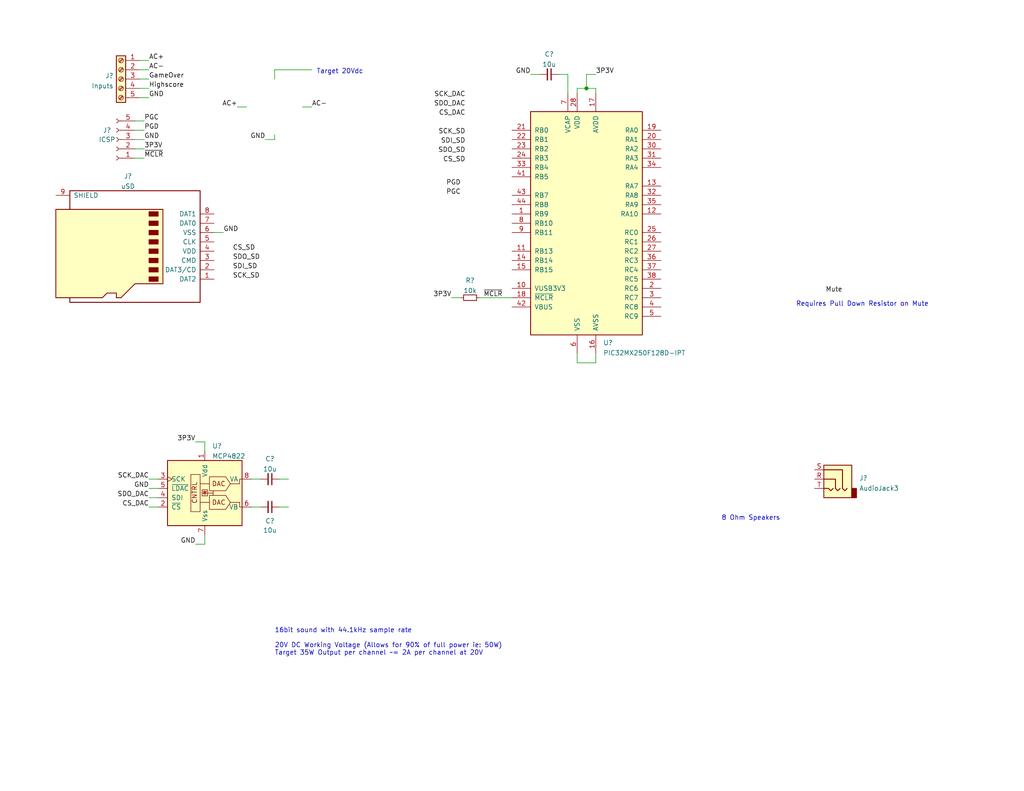
<source format=kicad_sch>
(kicad_sch (version 20231120) (generator "eeschema") (generator_version "8.0")
  (paper "USLetter")
  (lib_symbols
    (symbol "Analog_DAC:MCP4822" (pin_names (offset 1.016))
      (property "Reference" "U" (at -2.54 10.795 0))
      (property "Value" "MCP4822" (at -2.54 8.89 0))
      (symbol "MCP4822_0_0"
        (polyline (pts (xy 0 -1.778) (xy 0 -0.635)))
        (polyline (pts (xy 0.381 -0.889) (xy 0.508 -0.762)))
        (polyline (pts (xy 2.286 -1.143) (xy 2.286 -1.905)))
        (polyline (pts (xy 0.381 -0.889) (xy -0.381 -0.889) (xy -0.508 -1.016)))
        (polyline (pts (xy 0.762 -1.27) (xy 2.286 -1.27) (xy 2.286 -0.762)))
        (polyline (pts (xy 0 -0.889) (xy 0.508 -1.397) (xy -0.508 -1.397) (xy 0 -0.889)))
        (polyline (pts (xy 6.985 -3.81) (xy 9.525 -3.81) (xy 9.525 -5.08) (xy 10.16 -5.08)))
        (polyline (pts (xy 6.985 1.27) (xy 9.525 1.27) (xy 9.525 2.54) (xy 10.16 2.54)))
        (rectangle (start 0.762 -0.381) (end -0.762 -2.032))
        (text "CNTRL" (at -2.032 -4.191 900) (effects (font (size 1.27 1.27)) (justify left bottom)))
        (text "DAC" (at 3.81 -3.81 0) (effects (font (size 1.27 1.27))))
        (text "DAC" (at 3.81 1.27 0) (effects (font (size 1.27 1.27))))
      )
      (symbol "MCP4822_0_1"
        (rectangle (start -10.16 7.62) (end 10.16 -10.16) (stroke (width 0.254)) (fill (type background)))
        (rectangle (start -1.27 -6.35) (end -3.81 3.81))
        (polyline (pts (xy 1.27 -3.81) (xy -1.27 -3.81)))
        (polyline (pts (xy 1.27 1.27) (xy -1.27 1.27)))
        (polyline (pts (xy 6.985 -3.81) (xy 5.715 -1.905) (xy 1.27 -1.905) (xy 1.27 -5.715) (xy 5.715 -5.715) (xy 6.985 -3.81)))
        (polyline (pts (xy 6.985 1.27) (xy 5.715 3.175) (xy 1.27 3.175) (xy 1.27 -0.635) (xy 5.715 -0.635) (xy 6.985 1.27)))
      )
      (symbol "MCP4822_1_1"
        (pin power_in line (at 0 10.16 270) (length 2.54) (name "Vdd") (number "1"))
        (pin input line (at -12.7 -5.08 0) (length 2.54) (name "~{CS}") (number "2"))
        (pin input clock (at -12.7 2.54 0) (length 2.54) (name "SCK") (number "3"))
        (pin input line (at -12.7 -2.54 0) (length 2.54) (name "SDI") (number "4"))
        (pin input line (at -12.7 0 0) (length 2.54) (name "~{LDAC}") (number "5"))
        (pin output line (at 12.7 -5.08 180) (length 2.54) (name "VB") (number "6"))
        (pin power_in line (at 0 -12.7 90) (length 2.54) (name "Vss") (number "7"))
        (pin output line (at 12.7 2.54 180) (length 2.54) (name "VA") (number "8"))
      )
    )
    (symbol "Connector:AudioJack3"
      (property "Reference" "J" (at 0 8.89 0))
      (property "Value" "AudioJack3" (at 0 6.35 0))
      (symbol "AudioJack3_0_1"
        (rectangle (start -5.08 -5.08) (end -6.35 -2.54) (stroke (width 0.254)) (fill (type outline)))
        (polyline (pts (xy 0 -2.54) (xy 0.635 -3.175) (xy 1.27 -2.54) (xy 2.54 -2.54)) (stroke (width 0.254)))
        (polyline (pts (xy -1.905 -2.54) (xy -1.27 -3.175) (xy -0.635 -2.54) (xy -0.635 0) (xy 2.54 0)) (stroke (width 0.254)))
        (polyline (pts (xy 2.54 2.54) (xy -2.54 2.54) (xy -2.54 -2.54) (xy -3.175 -3.175) (xy -3.81 -2.54)) (stroke (width 0.254)))
        (rectangle (start 2.54 3.81) (end -5.08 -5.08) (stroke (width 0.254)) (fill (type background)))
      )
      (symbol "AudioJack3_1_1"
        (pin passive line (at 5.08 0 180) (length 2.54) (name "~") (number "R"))
        (pin passive line (at 5.08 2.54 180) (length 2.54) (name "~") (number "S"))
        (pin passive line (at 5.08 -2.54 180) (length 2.54) (name "~") (number "T"))
      )
    )
    (symbol "Connector:Conn_01x05_Female" (pin_names (offset 1.016) hide)
      (property "Reference" "J" (at 0 7.62 0))
      (property "Value" "Conn_01x05_Female" (at 0 -7.62 0))
      (symbol "Conn_01x05_Female_1_1"
        (arc (start 0 -4.572) (mid -0.5058 -5.08) (end 0 -5.588) (stroke (width 0.1524)))
        (arc (start 0 -2.032) (mid -0.5058 -2.54) (end 0 -3.048) (stroke (width 0.1524)))
        (polyline (pts (xy -1.27 -5.08) (xy -0.508 -5.08)) (stroke (width 0.1524)))
        (polyline (pts (xy -1.27 -2.54) (xy -0.508 -2.54)) (stroke (width 0.1524)))
        (polyline (pts (xy -1.27 0) (xy -0.508 0)) (stroke (width 0.1524)))
        (polyline (pts (xy -1.27 2.54) (xy -0.508 2.54)) (stroke (width 0.1524)))
        (polyline (pts (xy -1.27 5.08) (xy -0.508 5.08)) (stroke (width 0.1524)))
        (arc (start 0 0.508) (mid -0.5058 0) (end 0 -0.508) (stroke (width 0.1524)))
        (arc (start 0 3.048) (mid -0.5058 2.54) (end 0 2.032) (stroke (width 0.1524)))
        (arc (start 0 5.588) (mid -0.5058 5.08) (end 0 4.572) (stroke (width 0.1524)))
        (pin passive line (at -5.08 5.08 0) (length 3.81) (name "Pin_1") (number "1"))
        (pin passive line (at -5.08 2.54 0) (length 3.81) (name "Pin_2") (number "2"))
        (pin passive line (at -5.08 0 0) (length 3.81) (name "Pin_3") (number "3"))
        (pin passive line (at -5.08 -2.54 0) (length 3.81) (name "Pin_4") (number "4"))
        (pin passive line (at -5.08 -5.08 0) (length 3.81) (name "Pin_5") (number "5"))
      )
    )
    (symbol "Connector:Micro_SD_Card" (pin_names (offset 1.016))
      (property "Reference" "J" (at -16.51 15.24 0))
      (property "Value" "Micro_SD_Card" (at 16.51 15.24 0))
      (symbol "Micro_SD_Card_0_1"
        (rectangle (start -7.62 -9.525) (end -5.08 -10.795) (fill (type outline)))
        (rectangle (start -7.62 -6.985) (end -5.08 -8.255) (fill (type outline)))
        (rectangle (start -7.62 -4.445) (end -5.08 -5.715) (fill (type outline)))
        (rectangle (start -7.62 -1.905) (end -5.08 -3.175) (fill (type outline)))
        (rectangle (start -7.62 0.635) (end -5.08 -0.635) (fill (type outline)))
        (rectangle (start -7.62 3.175) (end -5.08 1.905) (fill (type outline)))
        (rectangle (start -7.62 5.715) (end -5.08 4.445) (fill (type outline)))
        (rectangle (start -7.62 8.255) (end -5.08 6.985) (fill (type outline)))
        (polyline (pts (xy 16.51 12.7) (xy 16.51 13.97) (xy -19.05 13.97) (xy -19.05 -16.51) (xy 16.51 -16.51) (xy 16.51 -11.43)) (stroke (width 0.254)))
        (polyline (pts (xy -8.89 -11.43) (xy -8.89 8.89) (xy -1.27 8.89) (xy 2.54 12.7) (xy 3.81 12.7) (xy 3.81 11.43) (xy 6.35 11.43) (xy 7.62 12.7) (xy 20.32 12.7) (xy 20.32 -11.43) (xy -8.89 -11.43)) (stroke (width 0.254)) (fill (type background)))
      )
      (symbol "Micro_SD_Card_1_1"
        (pin bidirectional line (at -22.86 7.62 0) (length 3.81) (name "DAT2") (number "1"))
        (pin bidirectional line (at -22.86 5.08 0) (length 3.81) (name "DAT3/CD") (number "2"))
        (pin input line (at -22.86 2.54 0) (length 3.81) (name "CMD") (number "3"))
        (pin power_in line (at -22.86 0 0) (length 3.81) (name "VDD") (number "4"))
        (pin input line (at -22.86 -2.54 0) (length 3.81) (name "CLK") (number "5"))
        (pin power_in line (at -22.86 -5.08 0) (length 3.81) (name "VSS") (number "6"))
        (pin bidirectional line (at -22.86 -7.62 0) (length 3.81) (name "DAT0") (number "7"))
        (pin bidirectional line (at -22.86 -10.16 0) (length 3.81) (name "DAT1") (number "8"))
        (pin passive line (at 20.32 -15.24 180) (length 3.81) (name "SHIELD") (number "9"))
      )
    )
    (symbol "Connector:Screw_Terminal_01x03" (pin_names (offset 1.016) hide)
      (property "Reference" "J" (at 0 5.08 0))
      (property "Value" "Screw_Terminal_01x03" (at 0 -5.08 0))
      (symbol "Screw_Terminal_01x03_1_1"
        (rectangle (start -1.27 3.81) (end 1.27 -3.81) (stroke (width 0.254)) (fill (type background)))
        (circle (center 0 -2.54) (radius 0.635) (stroke (width 0.1524)))
        (polyline (pts (xy -0.5334 -2.2098) (xy 0.3302 -3.048)) (stroke (width 0.1524)))
        (polyline (pts (xy -0.5334 0.3302) (xy 0.3302 -0.508)) (stroke (width 0.1524)))
        (polyline (pts (xy -0.5334 2.8702) (xy 0.3302 2.032)) (stroke (width 0.1524)))
        (polyline (pts (xy -0.3556 -2.032) (xy 0.508 -2.8702)) (stroke (width 0.1524)))
        (polyline (pts (xy -0.3556 0.508) (xy 0.508 -0.3302)) (stroke (width 0.1524)))
        (polyline (pts (xy -0.3556 3.048) (xy 0.508 2.2098)) (stroke (width 0.1524)))
        (circle (center 0 0) (radius 0.635) (stroke (width 0.1524)))
        (circle (center 0 2.54) (radius 0.635) (stroke (width 0.1524)))
        (pin passive line (at -5.08 2.54 0) (length 3.81) (name "Pin_1") (number "1"))
        (pin passive line (at -5.08 0 0) (length 3.81) (name "Pin_2") (number "2"))
        (pin passive line (at -5.08 -2.54 0) (length 3.81) (name "Pin_3") (number "3"))
      )
    )
    (symbol "Connector:Screw_Terminal_01x05" (pin_names (offset 1.016) hide)
      (property "Reference" "J" (at 0 7.62 0))
      (property "Value" "Screw_Terminal_01x05" (at 0 -7.62 0))
      (symbol "Screw_Terminal_01x05_1_1"
        (rectangle (start -1.27 6.35) (end 1.27 -6.35) (stroke (width 0.254)) (fill (type background)))
        (circle (center 0 -5.08) (radius 0.635) (stroke (width 0.1524)))
        (circle (center 0 -2.54) (radius 0.635) (stroke (width 0.1524)))
        (polyline (pts (xy -0.5334 -4.7498) (xy 0.3302 -5.588)) (stroke (width 0.1524)))
        (polyline (pts (xy -0.5334 -2.2098) (xy 0.3302 -3.048)) (stroke (width 0.1524)))
        (polyline (pts (xy -0.5334 0.3302) (xy 0.3302 -0.508)) (stroke (width 0.1524)))
        (polyline (pts (xy -0.5334 2.8702) (xy 0.3302 2.032)) (stroke (width 0.1524)))
        (polyline (pts (xy -0.5334 5.4102) (xy 0.3302 4.572)) (stroke (width 0.1524)))
        (polyline (pts (xy -0.3556 -4.572) (xy 0.508 -5.4102)) (stroke (width 0.1524)))
        (polyline (pts (xy -0.3556 -2.032) (xy 0.508 -2.8702)) (stroke (width 0.1524)))
        (polyline (pts (xy -0.3556 0.508) (xy 0.508 -0.3302)) (stroke (width 0.1524)))
        (polyline (pts (xy -0.3556 3.048) (xy 0.508 2.2098)) (stroke (width 0.1524)))
        (polyline (pts (xy -0.3556 5.588) (xy 0.508 4.7498)) (stroke (width 0.1524)))
        (circle (center 0 0) (radius 0.635) (stroke (width 0.1524)))
        (circle (center 0 2.54) (radius 0.635) (stroke (width 0.1524)))
        (circle (center 0 5.08) (radius 0.635) (stroke (width 0.1524)))
        (pin passive line (at -5.08 5.08 0) (length 3.81) (name "Pin_1") (number "1"))
        (pin passive line (at -5.08 2.54 0) (length 3.81) (name "Pin_2") (number "2"))
        (pin passive line (at -5.08 0 0) (length 3.81) (name "Pin_3") (number "3"))
        (pin passive line (at -5.08 -2.54 0) (length 3.81) (name "Pin_4") (number "4"))
        (pin passive line (at -5.08 -5.08 0) (length 3.81) (name "Pin_5") (number "5"))
      )
    )
    (symbol "Device:C_Small" (pin_numbers hide) (pin_names (offset 0.254) hide)
      (property "Reference" "C" (at 0.254 1.778 0))
      (property "Value" "C_Small" (at 0.254 -2.032 0))
      (symbol "C_Small_0_1"
        (polyline (pts (xy -1.524 -0.508) (xy 1.524 -0.508)) (stroke (width 0.3302)))
        (polyline (pts (xy -1.524 0.508) (xy 1.524 0.508)) (stroke (width 0.3048)))
      )
      (symbol "C_Small_1_1"
        (pin passive line (at 0 2.54 270) (length 2.032) (name "~") (number "1"))
        (pin passive line (at 0 -2.54 90) (length 2.032) (name "~") (number "2"))
      )
    )
    (symbol "Device:L_Small" (pin_numbers hide) (pin_names (offset 0.254) hide)
      (property "Reference" "L" (at 0.762 1.016 0))
      (property "Value" "L_Small" (at 0.762 -1.016 0))
      (symbol "L_Small_0_1"
        (arc (start 0 -2.032) (mid 0.5058 -1.524) (end 0 -1.016))
        (arc (start 0 -1.016) (mid 0.5058 -0.508) (end 0 0))
        (arc (start 0 0) (mid 0.5058 0.508) (end 0 1.016))
        (arc (start 0 1.016) (mid 0.5058 1.524) (end 0 2.032))
      )
      (symbol "L_Small_1_1"
        (pin passive line (at 0 2.54 270) (length 0.508) (name "~") (number "1"))
        (pin passive line (at 0 -2.54 90) (length 0.508) (name "~") (number "2"))
      )
    )
    (symbol "Device:R_Small" (pin_numbers hide) (pin_names (offset 0.254) hide)
      (property "Reference" "R" (at 0.762 0.508 0))
      (property "Value" "R_Small" (at 0.762 -1.016 0))
      (symbol "R_Small_0_1"
        (rectangle (start -0.762 1.778) (end 0.762 -1.778) (stroke (width 0.2032)))
      )
      (symbol "R_Small_1_1"
        (pin passive line (at 0 2.54 270) (length 0.762) (name "~") (number "1"))
        (pin passive line (at 0 -2.54 90) (length 0.762) (name "~") (number "2"))
      )
    )
    (symbol "MCU_Microchip_PIC32:PIC32MX250F128D-IPT" (pin_names (offset 1.016))
      (property "Reference" "U" (at 6.35 34.29 0))
      (property "Value" "PIC32MX250F128D-IPT" (at 26.67 31.75 0))
      (symbol "PIC32MX250F128D-IPT_0_1"
        (rectangle (start -15.24 30.48) (end 15.24 -30.48) (stroke (width 0.254)) (fill (type background)))
      )
      (symbol "PIC32MX250F128D-IPT_1_1"
        (pin bidirectional line (at -20.32 2.54 0) (length 5.08) (name "RB9") (number "1"))
        (pin bidirectional line (at -20.32 -17.78 0) (length 5.08) (name "VUSB3V3") (number "10"))
        (pin bidirectional line (at -20.32 -7.62 0) (length 5.08) (name "RB13") (number "11"))
        (pin bidirectional line (at 20.32 2.54 180) (length 5.08) (name "RA10") (number "12"))
        (pin bidirectional line (at 20.32 10.16 180) (length 5.08) (name "RA7") (number "13"))
        (pin bidirectional line (at -20.32 -10.16 0) (length 5.08) (name "RB14") (number "14"))
        (pin bidirectional line (at -20.32 -12.7 0) (length 5.08) (name "RB15") (number "15"))
        (pin power_in line (at 2.54 -35.56 90) (length 5.08) (name "AVSS") (number "16"))
        (pin power_in line (at 2.54 35.56 270) (length 5.08) (name "AVDD") (number "17"))
        (pin input line (at -20.32 -20.32 0) (length 5.08) (name "~{MCLR}") (number "18"))
        (pin input line (at 20.32 25.4 180) (length 5.08) (name "RA0") (number "19"))
        (pin bidirectional line (at 20.32 -17.78 180) (length 5.08) (name "RC6") (number "2"))
        (pin input line (at 20.32 22.86 180) (length 5.08) (name "RA1") (number "20"))
        (pin input line (at -20.32 25.4 0) (length 5.08) (name "RB0") (number "21"))
        (pin input line (at -20.32 22.86 0) (length 5.08) (name "RB1") (number "22"))
        (pin input line (at -20.32 20.32 0) (length 5.08) (name "RB2") (number "23"))
        (pin input line (at -20.32 17.78 0) (length 5.08) (name "RB3") (number "24"))
        (pin input line (at 20.32 -2.54 180) (length 5.08) (name "RC0") (number "25"))
        (pin input line (at 20.32 -5.08 180) (length 5.08) (name "RC1") (number "26"))
        (pin input line (at 20.32 -7.62 180) (length 5.08) (name "RC2") (number "27"))
        (pin power_in line (at -2.54 35.56 270) (length 5.08) (name "VDD") (number "28"))
        (pin passive line (at -2.54 -35.56 90) (length 5.08) hide (name "VSS") (number "29"))
        (pin bidirectional line (at 20.32 -20.32 180) (length 5.08) (name "RC7") (number "3"))
        (pin input line (at 20.32 20.32 180) (length 5.08) (name "RA2") (number "30"))
        (pin input line (at 20.32 17.78 180) (length 5.08) (name "RA3") (number "31"))
        (pin input line (at 20.32 7.62 180) (length 5.08) (name "RA8") (number "32"))
        (pin input line (at -20.32 15.24 0) (length 5.08) (name "RB4") (number "33"))
        (pin input line (at 20.32 15.24 180) (length 5.08) (name "RA4") (number "34"))
        (pin input line (at 20.32 5.08 180) (length 5.08) (name "RA9") (number "35"))
        (pin input line (at 20.32 -10.16 180) (length 5.08) (name "RC3") (number "36"))
        (pin input line (at 20.32 -12.7 180) (length 5.08) (name "RC4") (number "37"))
        (pin input line (at 20.32 -15.24 180) (length 5.08) (name "RC5") (number "38"))
        (pin passive line (at -2.54 -35.56 90) (length 5.08) hide (name "VSS") (number "39"))
        (pin bidirectional line (at 20.32 -22.86 180) (length 5.08) (name "RC8") (number "4"))
        (pin passive line (at -2.54 35.56 270) (length 5.08) hide (name "VDD") (number "40"))
        (pin input line (at -20.32 12.7 0) (length 5.08) (name "RB5") (number "41"))
        (pin input line (at -20.32 -22.86 0) (length 5.08) (name "VBUS") (number "42"))
        (pin input line (at -20.32 7.62 0) (length 5.08) (name "RB7") (number "43"))
        (pin input line (at -20.32 5.08 0) (length 5.08) (name "RB8") (number "44"))
        (pin bidirectional line (at 20.32 -25.4 180) (length 5.08) (name "RC9") (number "5"))
        (pin power_in line (at -2.54 -35.56 90) (length 5.08) (name "VSS") (number "6"))
        (pin power_in line (at -5.08 35.56 270) (length 5.08) (name "VCAP") (number "7"))
        (pin bidirectional line (at -20.32 0 0) (length 5.08) (name "RB10") (number "8"))
        (pin bidirectional line (at -20.32 -2.54 0) (length 5.08) (name "RB11") (number "9"))
      )
    )
    (symbol "TPA3116D2DADR:TPA3116D2DADR" (pin_names (offset 1.016))
      (property "Reference" "U" (at 0 25.4 0))
      (property "Value" "TPA3116D2DADR" (at 0 22.86 0))
      (symbol "TPA3116D2DADR_0_0"
        (rectangle (start -12.7 21.59) (end 11.43 -19.05) (stroke (width 0.4064)) (fill (type background)))
        (pin input line (at -17.78 20.32 0) (length 5.08) (name "MODSEL") (number "1"))
        (pin input line (at -17.78 -2.54 0) (length 5.08) (name "LINP") (number "10"))
        (pin input line (at -17.78 -5.08 0) (length 5.08) (name "LINN") (number "11"))
        (pin input line (at -17.78 -7.62 0) (length 5.08) (name "MUTE") (number "12"))
        (pin input line (at -17.78 -10.16 0) (length 5.08) (name "AM2") (number "13"))
        (pin input line (at -17.78 -12.7 0) (length 5.08) (name "AM1") (number "14"))
        (pin input line (at -17.78 -15.24 0) (length 5.08) (name "AMO") (number "15"))
        (pin bidirectional line (at -17.78 -17.78 0) (length 5.08) (name "SYNC") (number "16"))
        (pin power_in line (at 16.51 -17.78 180) (length 5.08) (name "AVCC") (number "17"))
        (pin power_in line (at 16.51 -15.24 180) (length 5.08) (name "PVCC-3") (number "18"))
        (pin power_in line (at 16.51 -12.7 180) (length 5.08) (name "PVCC") (number "19"))
        (pin input line (at -17.78 17.78 0) (length 5.08) (name "SDZ") (number "2"))
        (pin input line (at 16.51 -10.16 180) (length 5.08) (name "BSNL") (number "20"))
        (pin output line (at 16.51 -7.62 180) (length 5.08) (name "OUTNL") (number "21"))
        (pin power_in line (at 16.51 -5.08 180) (length 5.08) (name "GND-3") (number "22"))
        (pin output line (at 16.51 -2.54 180) (length 5.08) (name "OUTPL") (number "23"))
        (pin input line (at 16.51 0 180) (length 5.08) (name "BSPL") (number "24"))
        (pin power_in line (at 16.51 2.54 180) (length 5.08) (name "GND-1") (number "25"))
        (pin input line (at 16.51 5.08 180) (length 5.08) (name "BSNR") (number "26"))
        (pin output line (at 16.51 7.62 180) (length 5.08) (name "OUTNR") (number "27"))
        (pin power_in line (at 16.51 10.16 180) (length 5.08) (name "GND-2") (number "28"))
        (pin output line (at 16.51 12.7 180) (length 5.08) (name "OUTPR") (number "29"))
        (pin output line (at -17.78 15.24 0) (length 5.08) (name "FAULTZ") (number "3"))
        (pin input line (at 16.51 15.24 180) (length 5.08) (name "BSPR") (number "30"))
        (pin power_in line (at 16.51 17.78 180) (length 5.08) (name "PVCC-1") (number "31"))
        (pin power_in line (at 16.51 20.32 180) (length 5.08) (name "PVCC-2") (number "32"))
        (pin input line (at -17.78 12.7 0) (length 5.08) (name "RINP") (number "4"))
        (pin input line (at -17.78 10.16 0) (length 5.08) (name "RINN") (number "5"))
        (pin input line (at -17.78 7.62 0) (length 5.08) (name "PLIMIT") (number "6"))
        (pin output line (at -17.78 5.08 0) (length 5.08) (name "GVDD") (number "7"))
        (pin input line (at -17.78 2.54 0) (length 5.08) (name "GAIN/SLV") (number "8"))
        (pin power_in line (at -17.78 0 0) (length 5.08) (name "GND") (number "9"))
      )
    )
  )
  (junction (at 393.7 149.86))
  (junction (at 382.27 149.86))
  (junction (at 328.93 167.64))
  (junction (at 382.27 139.7))
  (junction (at 382.27 165.1))
  (junction (at 393.7 154.94))
  (junction (at 365.76 134.62))
  (junction (at 160.02 24.13))
  (junction (at 393.7 165.1))
  (junction (at 328.93 137.16))
  (junction (at 393.7 152.4))
  (junction (at 382.27 154.94))
  (junction (at 365.76 172.72))
  (junction (at 365.76 170.18))
  (junction (at 328.93 147.32))
  (junction (at 328.93 170.18))
  (junction (at 393.7 139.7))
  (junction (at 405.13 144.78))
  (wire (pts (xy 64.77 29.21) (xy 67.31 29.21)))
  (wire (pts (xy 160.02 24.13) (xy 162.56 24.13)))
  (wire (pts (xy 382.27 165.1) (xy 386.08 165.1)))
  (wire (pts (xy 157.48 24.13) (xy 160.02 24.13)))
  (wire (pts (xy 327.66 162.56) (xy 330.2 162.56)))
  (wire (pts (xy 405.13 154.94) (xy 405.13 165.1)))
  (wire (pts (xy 364.49 144.78) (xy 405.13 144.78)))
  (wire (pts (xy 391.16 139.7) (xy 393.7 139.7)))
  (wire (pts (xy 330.2 147.32) (xy 328.93 147.32)))
  (wire (pts (xy 40.64 138.43) (xy 43.18 138.43)))
  (wire (pts (xy 382.27 154.94) (xy 382.27 157.48)))
  (wire (pts (xy 401.32 165.1) (xy 405.13 165.1)))
  (wire (pts (xy 313.69 153.67) (xy 313.69 157.48)))
  (wire (pts (xy 76.2 138.43) (xy 78.74 138.43)))
  (wire (pts (xy 364.49 139.7) (xy 374.65 139.7)))
  (wire (pts (xy 40.64 135.89) (xy 43.18 135.89)))
  (wire (pts (xy 328.93 147.32) (xy 328.93 149.86)))
  (wire (pts (xy 160.02 20.32) (xy 160.02 24.13)))
  (wire (pts (xy 364.49 160.02) (xy 367.03 160.02)))
  (wire (pts (xy 364.49 142.24) (xy 382.27 142.24)))
  (wire (pts (xy 364.49 137.16) (xy 365.76 137.16)))
  (wire (pts (xy 382.27 149.86) (xy 386.08 149.86)))
  (wire (pts (xy 330.2 139.7) (xy 328.93 139.7)))
  (wire (pts (xy 421.64 153.67) (xy 424.18 153.67)))
  (wire (pts (xy 382.27 139.7) (xy 382.27 142.24)))
  (wire (pts (xy 154.94 25.4) (xy 154.94 20.32)))
  (wire (pts (xy 364.49 147.32) (xy 382.27 147.32)))
  (wire (pts (xy 36.83 43.18) (xy 39.37 43.18)))
  (wire (pts (xy 40.64 19.05) (xy 38.1 19.05)))
  (wire (pts (xy 365.76 167.64) (xy 365.76 170.18)))
  (wire (pts (xy 74.93 19.05) (xy 85.09 19.05)))
  (wire (pts (xy 401.32 154.94) (xy 405.13 154.94)))
  (wire (pts (xy 40.64 133.35) (xy 43.18 133.35)))
  (wire (pts (xy 130.81 81.28) (xy 139.7 81.28)))
  (wire (pts (xy 74.93 36.83) (xy 74.93 38.1)))
  (wire (pts (xy 393.7 149.86) (xy 396.24 149.86)))
  (wire (pts (xy 68.58 130.81) (xy 71.12 130.81)))
  (wire (pts (xy 327.66 137.16) (xy 328.93 137.16)))
  (wire (pts (xy 313.69 146.05) (xy 313.69 142.24)))
  (wire (pts (xy 379.73 139.7) (xy 382.27 139.7)))
  (wire (pts (xy 40.64 130.81) (xy 43.18 130.81)))
  (wire (pts (xy 379.73 149.86) (xy 382.27 149.86)))
  (wire (pts (xy 393.7 165.1) (xy 393.7 167.64)))
  (wire (pts (xy 393.7 149.86) (xy 393.7 152.4)))
  (wire (pts (xy 68.58 138.43) (xy 71.12 138.43)))
  (wire (pts (xy 379.73 154.94) (xy 382.27 154.94)))
  (wire (pts (xy 36.83 40.64) (xy 39.37 40.64)))
  (wire (pts (xy 40.64 26.67) (xy 38.1 26.67)))
  (wire (pts (xy 393.7 154.94) (xy 393.7 152.4)))
  (wire (pts (xy 72.39 38.1) (xy 74.93 38.1)))
  (wire (pts (xy 393.7 139.7) (xy 396.24 139.7)))
  (wire (pts (xy 382.27 149.86) (xy 382.27 147.32)))
  (wire (pts (xy 40.64 24.13) (xy 38.1 24.13)))
  (wire (pts (xy 393.7 154.94) (xy 396.24 154.94)))
  (wire (pts (xy 327.66 154.94) (xy 330.2 154.94)))
  (wire (pts (xy 123.19 81.28) (xy 125.73 81.28)))
  (wire (pts (xy 401.32 149.86) (xy 405.13 149.86)))
  (wire (pts (xy 382.27 165.1) (xy 382.27 162.56)))
  (wire (pts (xy 411.48 151.13) (xy 424.18 151.13)))
  (wire (pts (xy 382.27 139.7) (xy 386.08 139.7)))
  (wire (pts (xy 421.64 156.21) (xy 424.18 156.21)))
  (wire (pts (xy 365.76 172.72) (xy 367.03 172.72)))
  (wire (pts (xy 40.64 21.59) (xy 38.1 21.59)))
  (wire (pts (xy 162.56 20.32) (xy 160.02 20.32)))
  (wire (pts (xy 76.2 130.81) (xy 78.74 130.81)))
  (wire (pts (xy 144.78 20.32) (xy 147.32 20.32)))
  (wire (pts (xy 382.27 154.94) (xy 386.08 154.94)))
  (wire (pts (xy 393.7 139.7) (xy 393.7 137.16)))
  (wire (pts (xy 152.4 20.32) (xy 154.94 20.32)))
  (wire (pts (xy 58.42 63.5) (xy 60.96 63.5)))
  (wire (pts (xy 364.49 170.18) (xy 365.76 170.18)))
  (wire (pts (xy 364.49 157.48) (xy 382.27 157.48)))
  (wire (pts (xy 365.76 137.16) (xy 365.76 134.62)))
  (wire (pts (xy 328.93 167.64) (xy 330.2 167.64)))
  (wire (pts (xy 401.32 139.7) (xy 405.13 139.7)))
  (wire (pts (xy 36.83 35.56) (xy 39.37 35.56)))
  (wire (pts (xy 327.66 160.02) (xy 330.2 160.02)))
  (wire (pts (xy 313.69 142.24) (xy 330.2 142.24)))
  (wire (pts (xy 162.56 24.13) (xy 162.56 25.4)))
  (wire (pts (xy 391.16 154.94) (xy 393.7 154.94)))
  (wire (pts (xy 328.93 165.1) (xy 328.93 167.64)))
  (wire (pts (xy 393.7 152.4) (xy 406.4 152.4)))
  (wire (pts (xy 391.16 165.1) (xy 393.7 165.1)))
  (wire (pts (xy 365.76 134.62) (xy 367.03 134.62)))
  (wire (pts (xy 393.7 137.16) (xy 411.48 137.16)))
  (wire (pts (xy 393.7 167.64) (xy 406.4 167.64)))
  (wire (pts (xy 313.69 157.48) (xy 330.2 157.48)))
  (wire (pts (xy 364.49 165.1) (xy 374.65 165.1)))
  (wire (pts (xy 364.49 162.56) (xy 382.27 162.56)))
  (wire (pts (xy 327.66 134.62) (xy 330.2 134.62)))
  (wire (pts (xy 320.04 152.4) (xy 330.2 152.4)))
  (wire (pts (xy 82.55 29.21) (xy 85.09 29.21)))
  (wire (pts (xy 393.7 165.1) (xy 396.24 165.1)))
  (wire (pts (xy 328.93 170.18) (xy 330.2 170.18)))
  (wire (pts (xy 157.48 25.4) (xy 157.48 24.13)))
  (wire (pts (xy 364.49 172.72) (xy 365.76 172.72)))
  (wire (pts (xy 328.93 149.86) (xy 330.2 149.86)))
  (wire (pts (xy 391.16 149.86) (xy 393.7 149.86)))
  (wire (pts (xy 411.48 137.16) (xy 411.48 151.13)))
  (wire (pts (xy 55.88 146.05) (xy 55.88 148.59)))
  (wire (pts (xy 328.93 167.64) (xy 328.93 170.18)))
  (wire (pts (xy 364.49 152.4) (xy 367.03 152.4)))
  (wire (pts (xy 36.83 38.1) (xy 39.37 38.1)))
  (wire (pts (xy 405.13 144.78) (xy 405.13 149.86)))
  (wire (pts (xy 364.49 134.62) (xy 365.76 134.62)))
  (wire (pts (xy 74.93 21.59) (xy 74.93 19.05)))
  (wire (pts (xy 323.85 147.32) (xy 328.93 147.32)))
  (wire (pts (xy 328.93 137.16) (xy 330.2 137.16)))
  (wire (pts (xy 364.49 154.94) (xy 374.65 154.94)))
  (wire (pts (xy 162.56 99.06) (xy 157.48 99.06)))
  (wire (pts (xy 379.73 165.1) (xy 382.27 165.1)))
  (wire (pts (xy 55.88 120.65) (xy 53.34 120.65)))
  (wire (pts (xy 53.34 148.59) (xy 55.88 148.59)))
  (wire (pts (xy 327.66 170.18) (xy 328.93 170.18)))
  (wire (pts (xy 364.49 149.86) (xy 374.65 149.86)))
  (wire (pts (xy 330.2 165.1) (xy 328.93 165.1)))
  (wire (pts (xy 162.56 96.52) (xy 162.56 99.06)))
  (wire (pts (xy 36.83 33.02) (xy 39.37 33.02)))
  (wire (pts (xy 327.66 144.78) (xy 330.2 144.78)))
  (wire (pts (xy 55.88 123.19) (xy 55.88 120.65)))
  (wire (pts (xy 157.48 99.06) (xy 157.48 96.52)))
  (wire (pts (xy 405.13 139.7) (xy 405.13 144.78)))
  (wire (pts (xy 364.49 167.64) (xy 365.76 167.64)))
  (wire (pts (xy 328.93 139.7) (xy 328.93 137.16)))
  (wire (pts (xy 40.64 16.51) (xy 38.1 16.51)))
  (wire (pts (xy 365.76 170.18) (xy 365.76 172.72)))
  (text "16V Caps" (at 373.38 135.89 0) (effects (font (size 1.27 1.27)) (justify left bottom)))
  (text "Target 20Vdc" (at 86.36 20.32 0) (effects (font (size 1.27 1.27)) (justify left bottom)))
  (text "16bit sound with 44.1kHz sample rate\n\n20V DC Working Voltage (Allows for 90% of full power ie: 50W)\nTarget 35W Output per channel ~= 2A per channel at 20V" (at 74.93 179.07 0) (effects (font (size 1.27 1.27)) (justify left bottom)))
  (text "Requires Pull Down Resistor on Mute" (at 217.17 83.82 0) (effects (font (size 1.27 1.27)) (justify left bottom)))
  (text "7A Coils" (at 386.08 135.89 0) (effects (font (size 1.27 1.27)) (justify left bottom)))
  (text "8 Ohm Speakers" (at 196.85 142.24 0) (effects (font (size 1.27 1.27)) (justify left bottom)))
  (label "AC+" (at 40.64 16.51 0))
  (label "AC-" (at 85.09 29.21 0))
  (label "CS_SD" (at 63.5 68.58 0))
  (label "Mute" (at 229.87 80.01 180))
  (label "Highscore" (at 40.64 24.13 0))
  (label "GND" (at 327.66 170.18 180))
  (label "GND" (at 367.03 144.78 0))
  (label "Left_Signal" (at 327.66 157.48 180))
  (label "SDI_SD" (at 63.5 73.66 0))
  (label "GND" (at 327.66 154.94 180))
  (label "PGD" (at 39.37 35.56 0))
  (label "Mute" (at 327.66 162.56 180))
  (label "PGC" (at 125.73 53.34 180))
  (label "GND" (at 39.37 38.1 0))
  (label "AC+" (at 64.77 29.21 180))
  (label "3P3V" (at 53.34 120.65 180))
  (label "GND" (at 40.64 26.67 0))
  (label "3P3V" (at 39.37 40.64 0))
  (label "GND" (at 367.03 160.02 0))
  (label "PGD" (at 125.73 50.8 180))
  (label "AC-" (at 40.64 19.05 0))
  (label "Right_Out" (at 421.64 156.21 180))
  (label "CS_DAC" (at 127 31.75 180))
  (label "SDO_SD" (at 127 41.91 180))
  (label "~{MCLR}" (at 39.37 43.18 0))
  (label "SCK_SD" (at 127 36.83 180))
  (label "~{MCLR}" (at 137.16 81.28 180))
  (label "GND" (at 72.39 38.1 180))
  (label "GND" (at 53.34 148.59 180))
  (label "SDI_SD" (at 127 39.37 180))
  (label "Right_Signal" (at 327.66 142.24 180))
  (label "GND" (at 60.96 63.5 0))
  (label "3P3V" (at 123.19 81.28 180))
  (label "GND" (at 327.66 134.62 180))
  (label "SCK_DAC" (at 127 26.67 180))
  (label "GameOver" (at 40.64 21.59 0))
  (label "SDO_DAC" (at 40.64 135.89 180))
  (label "SDO_DAC" (at 127 29.21 180))
  (label "GND" (at 40.64 133.35 180))
  (label "SCK_DAC" (at 40.64 130.81 180))
  (label "GND" (at 327.66 144.78 180))
  (label "GND" (at 144.78 20.32 180))
  (label "Left_Out" (at 421.64 151.13 180))
  (label "CS_SD" (at 127 44.45 180))
  (label "GND" (at 367.03 152.4 0))
  (label "GND" (at 327.66 160.02 180))
  (label "SDO_SD" (at 63.5 71.12 0))
  (label "GND" (at 421.64 153.67 180))
  (label "SCK_SD" (at 63.5 76.2 0))
  (label "CS_DAC" (at 40.64 138.43 180))
  (label "3P3V" (at 162.56 20.32 0))
  (label "PGC" (at 39.37 33.02 0))
  (symbol (lib_id "Device:L_Small") (at 388.62 139.7 90) (unit 1)
    (property "Reference" "L?" (at 388.62 140.97 90))
    (property "Value" "10u" (at 388.62 143.51 90))
  )
  (symbol (lib_id "Device:C_Small") (at 398.78 165.1 270) (unit 1)
    (property "Reference" "C?" (at 396.24 163.83 90))
    (property "Value" "680n" (at 402.59 163.83 90))
  )
  (symbol (lib_id "Device:C_Small") (at 377.19 149.86 270) (unit 1)
    (property "Reference" "C?" (at 374.65 151.13 90))
    (property "Value" "220n" (at 381 151.13 90))
  )
  (symbol (lib_id "Device:L_Small") (at 388.62 149.86 90) (unit 1)
    (property "Reference" "L?" (at 388.62 146.05 90))
    (property "Value" "10u" (at 388.62 148.59 90))
  )
  (symbol (lib_id "Device:C_Small") (at 377.19 139.7 270) (unit 1)
    (property "Reference" "C?" (at 374.65 138.43 90))
    (property "Value" "220n" (at 381 138.43 90))
  )
  (symbol (lib_id "Device:C_Small") (at 73.66 130.81 270) (unit 1)
    (property "Reference" "C?" (at 73.6536 125.2814 90))
    (property "Value" "10u" (at 73.6536 128.0565 90))
  )
  (symbol (lib_id "Connector:Screw_Terminal_01x03") (at 429.26 153.67 0) (unit 1)
    (property "Reference" "J?" (at 429.26 148.59 0))
    (property "Value" "Audio" (at 434.34 153.67 0))
  )
  (symbol (lib_id "Device:C_Small") (at 377.19 154.94 270) (unit 1)
    (property "Reference" "C?" (at 374.65 153.67 90))
    (property "Value" "220n" (at 381 153.67 90))
  )
  (symbol (lib_id "Device:L_Small") (at 388.62 165.1 90) (unit 1)
    (property "Reference" "L?" (at 388.62 161.29 90))
    (property "Value" "10u" (at 388.62 163.83 90))
  )
  (symbol (lib_id "TPA3116D2DADR:TPA3116D2DADR") (at 347.98 154.94 0) (unit 1)
    (property "Reference" "U?" (at 347.345 129.3073 0))
    (property "Value" "TPA3116D2DADR" (at 347.345 132.0824 0))
    (property "Footprint" "libraries:SOP65P810X115-33N" (effects (hide yes)))
  )
  (symbol (lib_id "Analog_DAC:MCP4822") (at 55.88 133.35 0) (unit 1)
    (property "Reference" "U?" (at 57.8994 121.7635 0) (effects (justify left)))
    (property "Value" "MCP4822" (at 57.8994 124.5386 0) (effects (justify left)))
    (property "Datasheet" "http://ww1.microchip.com/downloads/en/DeviceDoc/20002249B.pdf" (effects (hide yes)))
  )
  (symbol (lib_id "Device:C_Small") (at 398.78 154.94 270) (unit 1)
    (property "Reference" "C?" (at 396.24 156.21 90))
    (property "Value" "680n" (at 402.59 156.21 90))
  )
  (symbol (lib_id "Device:C_Small") (at 149.86 20.32 270) (unit 1)
    (property "Reference" "C?" (at 149.8536 14.7914 90))
    (property "Value" "10u" (at 149.8536 17.5665 90))
  )
  (symbol (lib_id "Device:C_Small") (at 377.19 165.1 270) (unit 1)
    (property "Reference" "C?" (at 374.65 166.37 90))
    (property "Value" "220n" (at 381 166.37 90))
  )
  (symbol (lib_id "Connector:Conn_01x05_Female") (at 31.75 38.1 180) (unit 1)
    (property "Reference" "J?" (at 29.21 35.56 0))
    (property "Value" "ICSP" (at 29.21 38.1 0))
  )
  (symbol (lib_id "MCU_Microchip_PIC32:PIC32MX250F128D-IPT") (at 160.02 60.96 0) (unit 1)
    (property "Reference" "U?" (at 164.5794 93.5895 0) (effects (justify left)))
    (property "Value" "PIC32MX250F128D-IPT" (at 164.5794 96.3646 0) (effects (justify left)))
    (property "Footprint" "Package_QFP:TQFP-44_10x10mm_P0.8mm" (effects (hide yes)))
    (property "Datasheet" "http://ww1.microchip.com/downloads/en/DeviceDoc/60001168F.pdf" (effects (hide yes)))
  )
  (symbol (lib_id "Connector:AudioJack3") (at 227.33 130.81 0) (mirror y) (unit 1)
    (property "Reference" "J?" (at 234.442 130.5365 0) (effects (justify right)))
    (property "Value" "AudioJack3" (at 234.442 133.3116 0) (effects (justify right)))
  )
  (symbol (lib_id "Device:C_Small") (at 398.78 149.86 270) (unit 1)
    (property "Reference" "C?" (at 396.24 148.59 90))
    (property "Value" "680n" (at 402.59 148.59 90))
  )
  (symbol (lib_id "Connector:Micro_SD_Card") (at 35.56 68.58 180) (unit 1)
    (property "Reference" "J?" (at 34.925 48.1035 0))
    (property "Value" "uSD" (at 34.925 50.8786 0))
    (property "Datasheet" "http://katalog.we-online.de/em/datasheet/693072010801.pdf" (effects (hide yes)))
  )
  (symbol (lib_id "Device:R_Small") (at 128.27 81.28 270) (mirror x) (unit 1)
    (property "Reference" "R?" (at 128.27 76.5769 90))
    (property "Value" "10k" (at 128.27 79.352 90))
  )
  (symbol (lib_id "Device:C_Small") (at 398.78 139.7 270) (unit 1)
    (property "Reference" "C?" (at 396.24 140.97 90))
    (property "Value" "680n" (at 402.59 140.97 90))
  )
  (symbol (lib_id "Connector:Screw_Terminal_01x05") (at 33.02 21.59 0) (mirror y) (unit 1)
    (property "Reference" "J?" (at 30.988 20.6815 0) (effects (justify left)))
    (property "Value" "Inputs" (at 30.988 23.4566 0) (effects (justify left)))
  )
  (symbol (lib_id "Device:C_Small") (at 73.66 138.43 270) (unit 1)
    (property "Reference" "C?" (at 73.66 142.24 90))
    (property "Value" "10u" (at 73.66 144.78 90))
  )
  (symbol (lib_id "Device:L_Small") (at 388.62 154.94 90) (unit 1)
    (property "Reference" "L?" (at 388.62 156.21 90))
    (property "Value" "10u" (at 388.62 158.75 90))
  )
)
</source>
